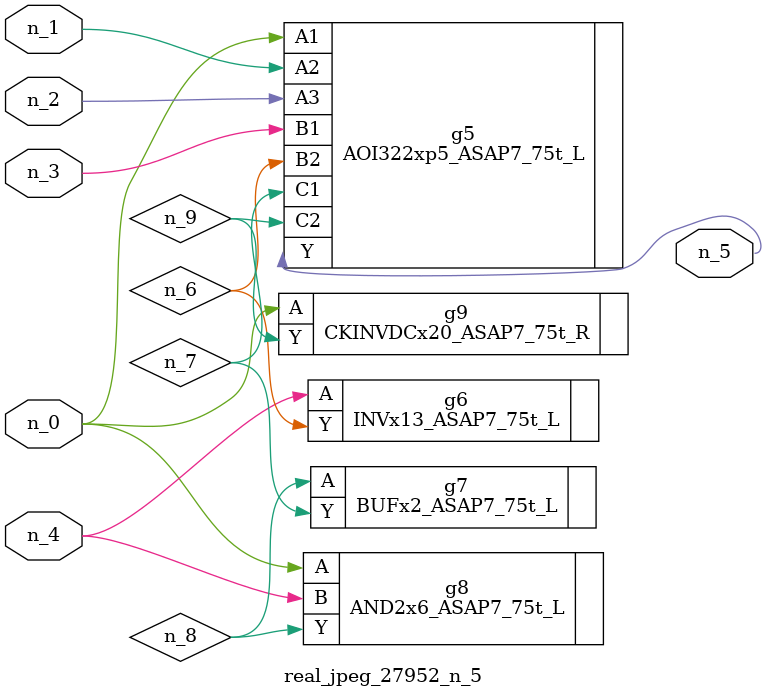
<source format=v>
module real_jpeg_27952_n_5 (n_4, n_0, n_1, n_2, n_3, n_5);

input n_4;
input n_0;
input n_1;
input n_2;
input n_3;

output n_5;

wire n_8;
wire n_6;
wire n_7;
wire n_9;

AOI322xp5_ASAP7_75t_L g5 ( 
.A1(n_0),
.A2(n_1),
.A3(n_2),
.B1(n_3),
.B2(n_6),
.C1(n_7),
.C2(n_9),
.Y(n_5)
);

AND2x6_ASAP7_75t_L g8 ( 
.A(n_0),
.B(n_4),
.Y(n_8)
);

CKINVDCx20_ASAP7_75t_R g9 ( 
.A(n_0),
.Y(n_9)
);

INVx13_ASAP7_75t_L g6 ( 
.A(n_4),
.Y(n_6)
);

BUFx2_ASAP7_75t_L g7 ( 
.A(n_8),
.Y(n_7)
);


endmodule
</source>
